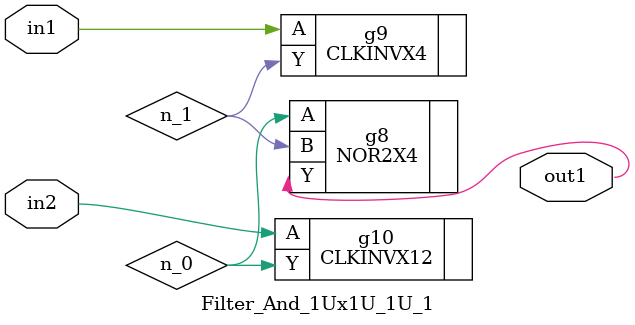
<source format=v>
`timescale 1ps / 1ps


module Filter_And_1Ux1U_1U_1(in2, in1, out1);
  input in2, in1;
  output out1;
  wire in2, in1;
  wire out1;
  wire n_0, n_1;
  NOR2X4 g8(.A (n_0), .B (n_1), .Y (out1));
  CLKINVX4 g9(.A (in1), .Y (n_1));
  CLKINVX12 g10(.A (in2), .Y (n_0));
endmodule



</source>
